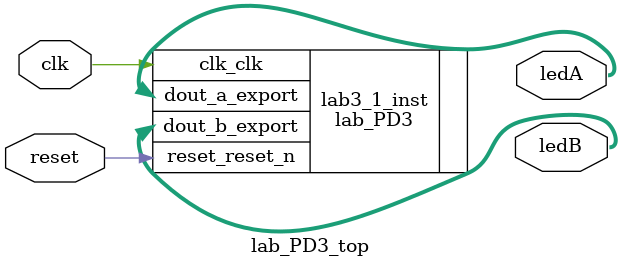
<source format=sv>
`timescale 1 ns / 1 ns
module lab_PD3_top (
	input bit clk,
	input bit reset,
	output bit [7:0] ledA,
	output bit [31:0] ledB
);
lab_PD3 lab3_1_inst (
	.clk_clk       (clk),   
	.reset_reset_n (reset), 
	.dout_a_export (ledA),  
	.dout_b_export (ledB)   
);
endmodule

</source>
